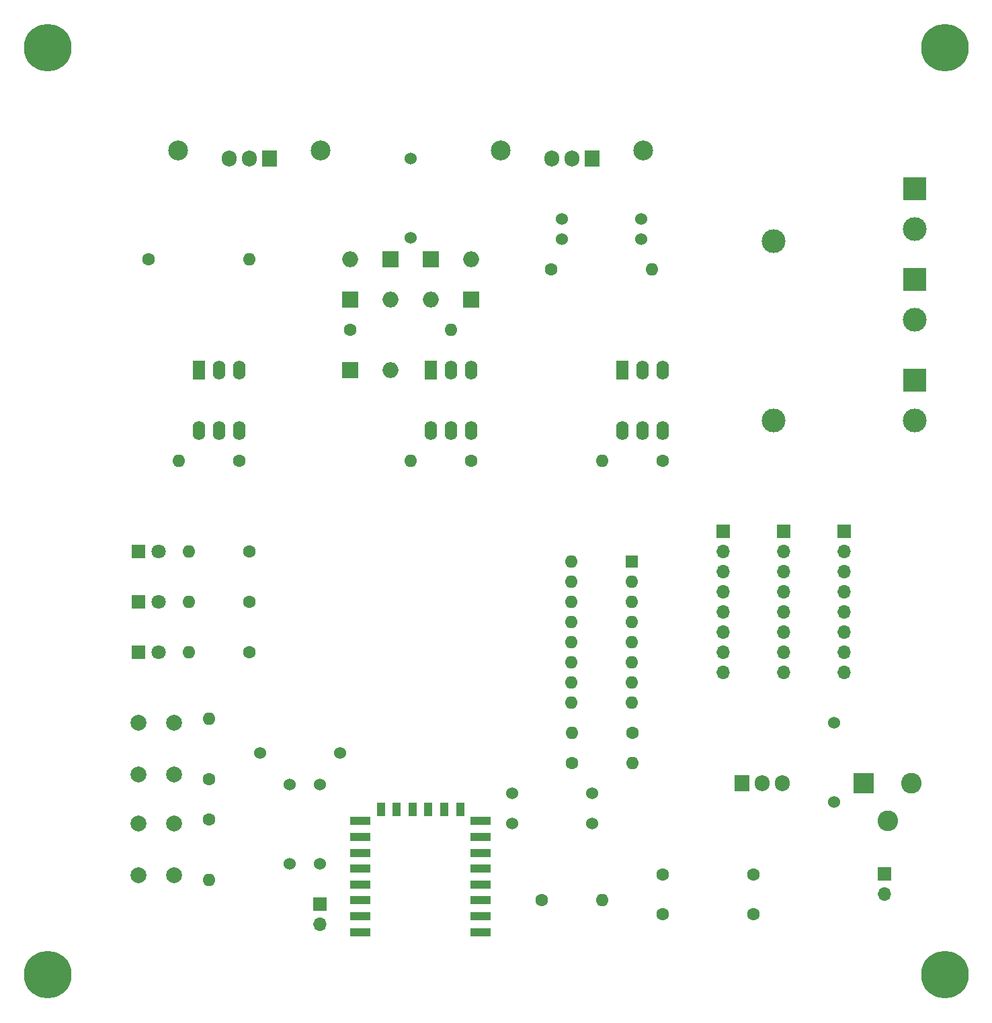
<source format=gbr>
%TF.GenerationSoftware,KiCad,Pcbnew,(6.0.5)*%
%TF.CreationDate,2022-06-30T10:22:49-03:00*%
%TF.ProjectId,projeto-rounded,70726f6a-6574-46f2-9d72-6f756e646564,0*%
%TF.SameCoordinates,Original*%
%TF.FileFunction,Soldermask,Top*%
%TF.FilePolarity,Negative*%
%FSLAX46Y46*%
G04 Gerber Fmt 4.6, Leading zero omitted, Abs format (unit mm)*
G04 Created by KiCad (PCBNEW (6.0.5)) date 2022-06-30 10:22:49*
%MOMM*%
%LPD*%
G01*
G04 APERTURE LIST*
%ADD10C,6.000000*%
%ADD11C,1.524000*%
%ADD12R,2.500000X1.000000*%
%ADD13R,1.000000X1.800000*%
%ADD14C,1.600000*%
%ADD15O,1.600000X1.600000*%
%ADD16R,1.800000X1.800000*%
%ADD17C,1.800000*%
%ADD18C,2.000000*%
%ADD19R,2.000000X2.000000*%
%ADD20O,2.000000X2.000000*%
%ADD21R,1.700000X1.700000*%
%ADD22O,1.700000X1.700000*%
%ADD23R,1.905000X2.000000*%
%ADD24O,1.905000X2.000000*%
%ADD25R,3.000000X3.000000*%
%ADD26C,3.000000*%
%ADD27R,1.600000X2.400000*%
%ADD28O,1.600000X2.400000*%
%ADD29R,1.600000X1.600000*%
%ADD30R,2.600000X2.600000*%
%ADD31C,2.600000*%
%ADD32C,2.500000*%
G04 APERTURE END LIST*
D10*
%TO.C,REF\u002A\u002A*%
X201930000Y-149860000D03*
%TD*%
%TO.C,REF\u002A\u002A*%
X88900000Y-149860000D03*
%TD*%
%TO.C,REF\u002A\u002A*%
X201930000Y-33020000D03*
%TD*%
D11*
%TO.C,JP1*%
X187960000Y-118110000D03*
X187960000Y-128110000D03*
%TD*%
D12*
%TO.C,U1*%
X143490000Y-144470000D03*
X143490000Y-142470000D03*
X143490000Y-140470000D03*
X143490000Y-138470000D03*
X143490000Y-136470000D03*
X143490000Y-134470000D03*
X143490000Y-132470000D03*
X143490000Y-130470000D03*
D13*
X140890000Y-128970000D03*
X138890000Y-128970000D03*
X136890000Y-128970000D03*
X134890000Y-128970000D03*
X132890000Y-128970000D03*
X130890000Y-128970000D03*
D12*
X128290000Y-130470000D03*
X128290000Y-132470000D03*
X128290000Y-134470000D03*
X128290000Y-136470000D03*
X128290000Y-138470000D03*
X128290000Y-140470000D03*
X128290000Y-142470000D03*
X128290000Y-144470000D03*
%TD*%
D10*
%TO.C,REF\u002A\u002A*%
X88900000Y-33020000D03*
%TD*%
D14*
%TO.C,Rreset1*%
X109220000Y-130250000D03*
D15*
X109220000Y-137870000D03*
%TD*%
D16*
%TO.C,Don1*%
X100330000Y-96520000D03*
D17*
X102870000Y-96520000D03*
%TD*%
D18*
%TO.C,SWexit1*%
X104830000Y-118110000D03*
X104830000Y-124610000D03*
X100330000Y-124610000D03*
X100330000Y-118110000D03*
%TD*%
D11*
%TO.C,JP6*%
X147480000Y-130810000D03*
X157480000Y-130810000D03*
%TD*%
D19*
%TO.C,D2*%
X137160000Y-59690000D03*
D20*
X137160000Y-64770000D03*
%TD*%
D11*
%TO.C,JP3*%
X163735000Y-54610000D03*
X153735000Y-54610000D03*
%TD*%
D21*
%TO.C,Jserial_power1*%
X194310000Y-137160000D03*
D22*
X194310000Y-139700000D03*
%TD*%
D14*
%TO.C,Rz2*%
X142240000Y-85090000D03*
D15*
X134620000Y-85090000D03*
%TD*%
D21*
%TO.C,Jpwr_sens2*%
X181610000Y-93980000D03*
D22*
X181610000Y-96520000D03*
X181610000Y-99060000D03*
X181610000Y-101600000D03*
X181610000Y-104140000D03*
X181610000Y-106680000D03*
X181610000Y-109220000D03*
X181610000Y-111760000D03*
%TD*%
D23*
%TO.C,U3v3*%
X176360000Y-125730000D03*
D24*
X178900000Y-125730000D03*
X181440000Y-125730000D03*
%TD*%
D18*
%TO.C,SWreset1*%
X104830000Y-137310000D03*
X104830000Y-130810000D03*
X100330000Y-137310000D03*
X100330000Y-130810000D03*
%TD*%
D14*
%TO.C,Rtriac2*%
X101600000Y-59690000D03*
D15*
X114300000Y-59690000D03*
%TD*%
D25*
%TO.C,Jl1*%
X198120000Y-62230000D03*
D26*
X198120000Y-67310000D03*
%TD*%
D11*
%TO.C,JP4*%
X134620000Y-46990000D03*
X134620000Y-56990000D03*
%TD*%
D25*
%TO.C,Jac1*%
X198120000Y-74930000D03*
D26*
X198120000Y-80010000D03*
%TD*%
D14*
%TO.C,Ron1*%
X114300000Y-96520000D03*
D15*
X106680000Y-96520000D03*
%TD*%
D14*
%TO.C,Ren1*%
X151130000Y-140462000D03*
D15*
X158750000Y-140462000D03*
%TD*%
D11*
%TO.C,JP2*%
X163735000Y-57150000D03*
X153735000Y-57150000D03*
%TD*%
D27*
%TO.C,Uload1*%
X161290000Y-73645000D03*
D28*
X163830000Y-73645000D03*
X166370000Y-73645000D03*
X166370000Y-81265000D03*
X163830000Y-81265000D03*
X161290000Y-81265000D03*
%TD*%
D19*
%TO.C,D4*%
X132080000Y-59690000D03*
D20*
X132080000Y-64770000D03*
%TD*%
D11*
%TO.C,JP7*%
X123190000Y-125890000D03*
X123190000Y-135890000D03*
%TD*%
D14*
%TO.C,Rmoc1*%
X166370000Y-85090000D03*
D15*
X158750000Y-85090000D03*
%TD*%
D14*
%TO.C,Rtriac1*%
X152385000Y-60960000D03*
D15*
X165085000Y-60960000D03*
%TD*%
D14*
%TO.C,Rsens2*%
X154940000Y-123190000D03*
D15*
X162560000Y-123190000D03*
%TD*%
D16*
%TO.C,Dwifi1*%
X100330000Y-109220000D03*
D17*
X102870000Y-109220000D03*
%TD*%
D14*
%TO.C,Rz1*%
X127000000Y-68580000D03*
D15*
X139700000Y-68580000D03*
%TD*%
D25*
%TO.C,Jl2*%
X198120000Y-50800000D03*
D26*
X198120000Y-55880000D03*
%TD*%
D11*
%TO.C,JP9*%
X125730000Y-121920000D03*
X115730000Y-121920000D03*
%TD*%
D19*
%TO.C,D3*%
X127000000Y-64770000D03*
D20*
X127000000Y-59690000D03*
%TD*%
D27*
%TO.C,Uload2*%
X107965000Y-73645000D03*
D28*
X110505000Y-73645000D03*
X113045000Y-73645000D03*
X113045000Y-81265000D03*
X110505000Y-81265000D03*
X107965000Y-81265000D03*
%TD*%
D21*
%TO.C,Jpwr_sens1*%
X189230000Y-93980000D03*
D22*
X189230000Y-96520000D03*
X189230000Y-99060000D03*
X189230000Y-101600000D03*
X189230000Y-104140000D03*
X189230000Y-106680000D03*
X189230000Y-109220000D03*
X189230000Y-111760000D03*
%TD*%
D14*
%TO.C,C1*%
X177800000Y-137200000D03*
X177800000Y-142200000D03*
%TD*%
%TO.C,Rwifi1*%
X114300000Y-109220000D03*
D15*
X106680000Y-109220000D03*
%TD*%
D21*
%TO.C,Jserial_com1*%
X123190000Y-140970000D03*
D22*
X123190000Y-143510000D03*
%TD*%
D29*
%TO.C,Umultiplex1*%
X162550000Y-97780000D03*
D15*
X162550000Y-100320000D03*
X162550000Y-102860000D03*
X162550000Y-105400000D03*
X162550000Y-107940000D03*
X162550000Y-110480000D03*
X162550000Y-113020000D03*
X162550000Y-115560000D03*
X154930000Y-115560000D03*
X154930000Y-113020000D03*
X154930000Y-110480000D03*
X154930000Y-107940000D03*
X154930000Y-105400000D03*
X154930000Y-102860000D03*
X154930000Y-100320000D03*
X154930000Y-97780000D03*
%TD*%
D30*
%TO.C,Jdc1*%
X191750000Y-125730000D03*
D31*
X197750000Y-125730000D03*
X194750000Y-130430000D03*
%TD*%
D14*
%TO.C,C2*%
X166370000Y-137200000D03*
X166370000Y-142200000D03*
%TD*%
%TO.C,Rss1*%
X114300000Y-102870000D03*
D15*
X106680000Y-102870000D03*
%TD*%
D23*
%TO.C,Q1*%
X157480000Y-46990000D03*
D24*
X154940000Y-46990000D03*
X152400000Y-46990000D03*
D32*
X145980000Y-45990000D03*
X163980000Y-45990000D03*
%TD*%
D27*
%TO.C,Udet_0*%
X137160000Y-73660000D03*
D28*
X139700000Y-73660000D03*
X142240000Y-73660000D03*
X142240000Y-81280000D03*
X139700000Y-81280000D03*
X137160000Y-81280000D03*
%TD*%
D14*
%TO.C,Rexit1*%
X109220000Y-125170000D03*
D15*
X109220000Y-117550000D03*
%TD*%
D21*
%TO.C,Jsens1*%
X173990000Y-93995000D03*
D22*
X173990000Y-96535000D03*
X173990000Y-99075000D03*
X173990000Y-101615000D03*
X173990000Y-104155000D03*
X173990000Y-106695000D03*
X173990000Y-109235000D03*
X173990000Y-111775000D03*
%TD*%
D11*
%TO.C,JP5*%
X157480000Y-127000000D03*
X147480000Y-127000000D03*
%TD*%
D23*
%TO.C,Q2*%
X116840000Y-46990000D03*
D24*
X114300000Y-46990000D03*
X111760000Y-46990000D03*
D32*
X105340000Y-45990000D03*
X123340000Y-45990000D03*
%TD*%
D16*
%TO.C,Dss1*%
X100330000Y-102870000D03*
D17*
X102870000Y-102870000D03*
%TD*%
D14*
%TO.C,Rmoc2*%
X113030000Y-85090000D03*
D15*
X105410000Y-85090000D03*
%TD*%
D26*
%TO.C,F1*%
X180340000Y-80010000D03*
X180340000Y-57410000D03*
%TD*%
D11*
%TO.C,JP8*%
X119380000Y-125890000D03*
X119380000Y-135890000D03*
%TD*%
D19*
%TO.C,D1*%
X142240000Y-64770000D03*
D20*
X142240000Y-59690000D03*
%TD*%
D14*
%TO.C,Rsens1*%
X162560000Y-119380000D03*
D15*
X154940000Y-119380000D03*
%TD*%
D19*
%TO.C,D5*%
X127000000Y-73660000D03*
D20*
X132080000Y-73660000D03*
%TD*%
M02*

</source>
